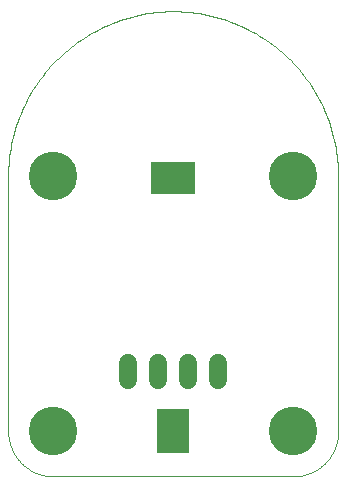
<source format=gbs>
G75*
%MOIN*%
%OFA0B0*%
%FSLAX25Y25*%
%IPPOS*%
%LPD*%
%AMOC8*
5,1,8,0,0,1.08239X$1,22.5*
%
%ADD10R,0.10636X0.14573*%
%ADD11R,0.14573X0.10636*%
%ADD12C,0.05943*%
%ADD13C,0.00000*%
%ADD14C,0.16211*%
D10*
X0061800Y0034006D03*
D11*
X0061800Y0118376D03*
D12*
X0056800Y0056778D02*
X0056800Y0051234D01*
X0046800Y0051234D02*
X0046800Y0056778D01*
X0066800Y0056778D02*
X0066800Y0051234D01*
X0076800Y0051234D02*
X0076800Y0056778D01*
D13*
X0101800Y0019006D02*
X0021800Y0019006D01*
X0021438Y0019010D01*
X0021075Y0019024D01*
X0020713Y0019045D01*
X0020352Y0019076D01*
X0019992Y0019115D01*
X0019633Y0019163D01*
X0019275Y0019220D01*
X0018918Y0019285D01*
X0018563Y0019359D01*
X0018210Y0019442D01*
X0017859Y0019533D01*
X0017511Y0019632D01*
X0017165Y0019740D01*
X0016821Y0019856D01*
X0016481Y0019981D01*
X0016144Y0020113D01*
X0015810Y0020254D01*
X0015479Y0020403D01*
X0015152Y0020560D01*
X0014829Y0020724D01*
X0014510Y0020896D01*
X0014196Y0021076D01*
X0013885Y0021264D01*
X0013580Y0021459D01*
X0013279Y0021661D01*
X0012983Y0021871D01*
X0012693Y0022087D01*
X0012407Y0022311D01*
X0012127Y0022541D01*
X0011853Y0022778D01*
X0011585Y0023022D01*
X0011322Y0023272D01*
X0011066Y0023528D01*
X0010816Y0023791D01*
X0010572Y0024059D01*
X0010335Y0024333D01*
X0010105Y0024613D01*
X0009881Y0024899D01*
X0009665Y0025189D01*
X0009455Y0025485D01*
X0009253Y0025786D01*
X0009058Y0026091D01*
X0008870Y0026402D01*
X0008690Y0026716D01*
X0008518Y0027035D01*
X0008354Y0027358D01*
X0008197Y0027685D01*
X0008048Y0028016D01*
X0007907Y0028350D01*
X0007775Y0028687D01*
X0007650Y0029027D01*
X0007534Y0029371D01*
X0007426Y0029717D01*
X0007327Y0030065D01*
X0007236Y0030416D01*
X0007153Y0030769D01*
X0007079Y0031124D01*
X0007014Y0031481D01*
X0006957Y0031839D01*
X0006909Y0032198D01*
X0006870Y0032558D01*
X0006839Y0032919D01*
X0006818Y0033281D01*
X0006804Y0033644D01*
X0006800Y0034006D01*
X0006800Y0119006D01*
X0006816Y0120345D01*
X0006865Y0121684D01*
X0006947Y0123021D01*
X0007061Y0124355D01*
X0007207Y0125687D01*
X0007386Y0127014D01*
X0007597Y0128337D01*
X0007841Y0129654D01*
X0008116Y0130965D01*
X0008423Y0132268D01*
X0008762Y0133564D01*
X0009132Y0134851D01*
X0009533Y0136129D01*
X0009966Y0137397D01*
X0010429Y0138654D01*
X0010923Y0139899D01*
X0011447Y0141132D01*
X0012000Y0142351D01*
X0012584Y0143557D01*
X0013196Y0144748D01*
X0013837Y0145924D01*
X0014507Y0147084D01*
X0015205Y0148227D01*
X0015930Y0149353D01*
X0016683Y0150461D01*
X0017462Y0151551D01*
X0018268Y0152621D01*
X0019099Y0153671D01*
X0019956Y0154700D01*
X0020838Y0155709D01*
X0021743Y0156695D01*
X0022673Y0157659D01*
X0023626Y0158601D01*
X0024601Y0159519D01*
X0025599Y0160412D01*
X0026618Y0161282D01*
X0027658Y0162126D01*
X0028718Y0162944D01*
X0029798Y0163737D01*
X0030896Y0164503D01*
X0032014Y0165242D01*
X0033148Y0165954D01*
X0034300Y0166637D01*
X0035468Y0167293D01*
X0036652Y0167920D01*
X0037850Y0168518D01*
X0039063Y0169086D01*
X0040289Y0169625D01*
X0041528Y0170134D01*
X0042779Y0170612D01*
X0044042Y0171060D01*
X0045314Y0171477D01*
X0046597Y0171863D01*
X0047889Y0172218D01*
X0049189Y0172541D01*
X0050496Y0172832D01*
X0051810Y0173091D01*
X0053130Y0173318D01*
X0054455Y0173513D01*
X0055785Y0173676D01*
X0057118Y0173806D01*
X0058453Y0173904D01*
X0059791Y0173969D01*
X0061130Y0174002D01*
X0062470Y0174002D01*
X0063809Y0173969D01*
X0065147Y0173904D01*
X0066482Y0173806D01*
X0067815Y0173676D01*
X0069145Y0173513D01*
X0070470Y0173318D01*
X0071790Y0173091D01*
X0073104Y0172832D01*
X0074411Y0172541D01*
X0075711Y0172218D01*
X0077003Y0171863D01*
X0078286Y0171477D01*
X0079558Y0171060D01*
X0080821Y0170612D01*
X0082072Y0170134D01*
X0083311Y0169625D01*
X0084537Y0169086D01*
X0085750Y0168518D01*
X0086948Y0167920D01*
X0088132Y0167293D01*
X0089300Y0166637D01*
X0090452Y0165954D01*
X0091586Y0165242D01*
X0092704Y0164503D01*
X0093802Y0163737D01*
X0094882Y0162944D01*
X0095942Y0162126D01*
X0096982Y0161282D01*
X0098001Y0160412D01*
X0098999Y0159519D01*
X0099974Y0158601D01*
X0100927Y0157659D01*
X0101857Y0156695D01*
X0102762Y0155709D01*
X0103644Y0154700D01*
X0104501Y0153671D01*
X0105332Y0152621D01*
X0106138Y0151551D01*
X0106917Y0150461D01*
X0107670Y0149353D01*
X0108395Y0148227D01*
X0109093Y0147084D01*
X0109763Y0145924D01*
X0110404Y0144748D01*
X0111016Y0143557D01*
X0111600Y0142351D01*
X0112153Y0141132D01*
X0112677Y0139899D01*
X0113171Y0138654D01*
X0113634Y0137397D01*
X0114067Y0136129D01*
X0114468Y0134851D01*
X0114838Y0133564D01*
X0115177Y0132268D01*
X0115484Y0130965D01*
X0115759Y0129654D01*
X0116003Y0128337D01*
X0116214Y0127014D01*
X0116393Y0125687D01*
X0116539Y0124355D01*
X0116653Y0123021D01*
X0116735Y0121684D01*
X0116784Y0120345D01*
X0116800Y0119006D01*
X0116800Y0034006D01*
X0116796Y0033644D01*
X0116782Y0033281D01*
X0116761Y0032919D01*
X0116730Y0032558D01*
X0116691Y0032198D01*
X0116643Y0031839D01*
X0116586Y0031481D01*
X0116521Y0031124D01*
X0116447Y0030769D01*
X0116364Y0030416D01*
X0116273Y0030065D01*
X0116174Y0029717D01*
X0116066Y0029371D01*
X0115950Y0029027D01*
X0115825Y0028687D01*
X0115693Y0028350D01*
X0115552Y0028016D01*
X0115403Y0027685D01*
X0115246Y0027358D01*
X0115082Y0027035D01*
X0114910Y0026716D01*
X0114730Y0026402D01*
X0114542Y0026091D01*
X0114347Y0025786D01*
X0114145Y0025485D01*
X0113935Y0025189D01*
X0113719Y0024899D01*
X0113495Y0024613D01*
X0113265Y0024333D01*
X0113028Y0024059D01*
X0112784Y0023791D01*
X0112534Y0023528D01*
X0112278Y0023272D01*
X0112015Y0023022D01*
X0111747Y0022778D01*
X0111473Y0022541D01*
X0111193Y0022311D01*
X0110907Y0022087D01*
X0110617Y0021871D01*
X0110321Y0021661D01*
X0110020Y0021459D01*
X0109715Y0021264D01*
X0109404Y0021076D01*
X0109090Y0020896D01*
X0108771Y0020724D01*
X0108448Y0020560D01*
X0108121Y0020403D01*
X0107790Y0020254D01*
X0107456Y0020113D01*
X0107119Y0019981D01*
X0106779Y0019856D01*
X0106435Y0019740D01*
X0106089Y0019632D01*
X0105741Y0019533D01*
X0105390Y0019442D01*
X0105037Y0019359D01*
X0104682Y0019285D01*
X0104325Y0019220D01*
X0103967Y0019163D01*
X0103608Y0019115D01*
X0103248Y0019076D01*
X0102887Y0019045D01*
X0102525Y0019024D01*
X0102162Y0019010D01*
X0101800Y0019006D01*
D14*
X0101800Y0034006D03*
X0101800Y0119006D03*
X0021800Y0119006D03*
X0021800Y0034006D03*
M02*

</source>
